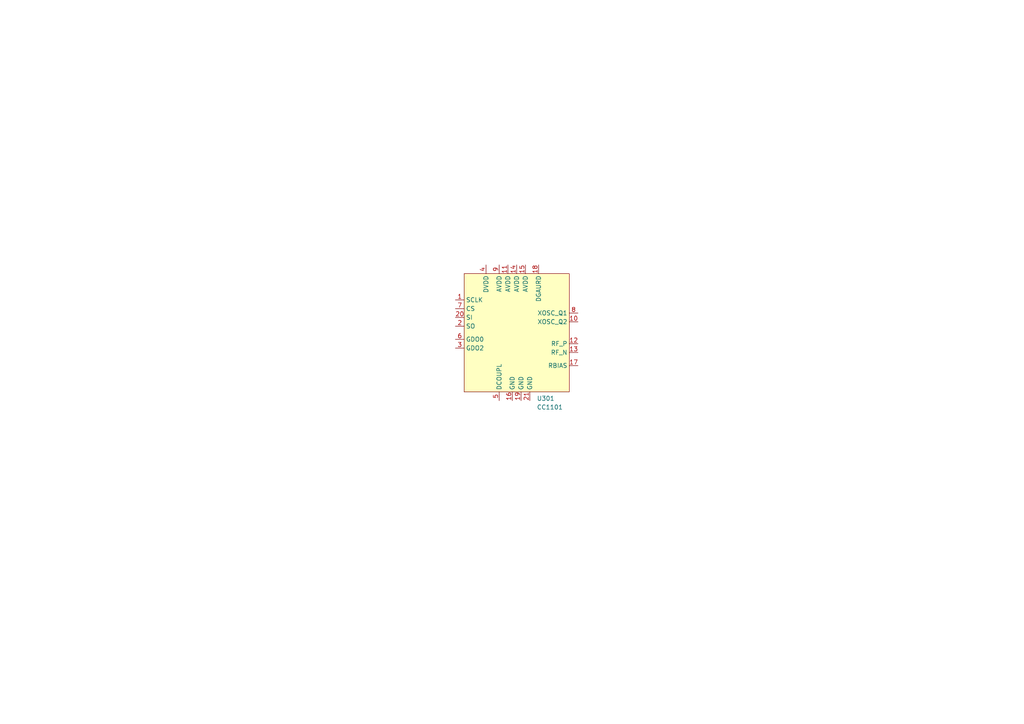
<source format=kicad_sch>
(kicad_sch (version 20230121) (generator eeschema)
  (paper "A4")
  (lib_symbols
    (symbol "KenwoodFox:CC1101"
      (property "Reference" "U" (at -13.97 16.51 0))
      (property "Value" "CC1101" (at 11.43 -20.32 0))
      (symbol "CC1101_0_0"
        (pin input line (at -17.78 7.62 0) (length 2.54) (name "SCLK") (number "1"))
        (pin unspecified line (at 17.78 1.27 180) (length 2.54) (name "XOSC_Q2") (number "10"))
        (pin power_in line (at -2.54 17.78 270) (length 2.54) (name "AVDD") (number "11"))
        (pin bidirectional line (at 17.78 -5.08 180) (length 2.54) (name "RF_P") (number "12"))
        (pin bidirectional line (at 17.78 -7.62 180) (length 2.54) (name "RF_N") (number "13"))
        (pin power_in line (at 0 17.78 270) (length 2.54) (name "AVDD") (number "14"))
        (pin power_in line (at 2.54 17.78 270) (length 2.54) (name "AVDD") (number "15"))
        (pin power_in line (at -1.27 -21.59 90) (length 2.54) (name "GND") (number "16"))
        (pin bidirectional line (at 17.78 -11.43 180) (length 2.54) (name "RBIAS") (number "17"))
        (pin unspecified line (at 6.35 17.78 270) (length 2.54) (name "DGAURD") (number "18"))
        (pin power_in line (at 1.27 -21.59 90) (length 2.54) (name "GND") (number "19"))
        (pin output line (at -17.78 0 0) (length 2.54) (name "SO") (number "2"))
        (pin input line (at -17.78 2.54 0) (length 2.54) (name "SI") (number "20"))
        (pin power_in line (at 3.81 -21.59 90) (length 2.54) (name "GND") (number "21"))
        (pin output line (at -17.78 -6.35 0) (length 2.54) (name "GDO2") (number "3"))
        (pin power_in line (at -8.89 17.78 270) (length 2.54) (name "DVDD") (number "4"))
        (pin power_out line (at -5.08 -21.59 90) (length 2.54) (name "DCOUPL") (number "5"))
        (pin bidirectional line (at -17.78 -3.81 0) (length 2.54) (name "GDO0") (number "6"))
        (pin input line (at -17.78 5.08 0) (length 2.54) (name "CS") (number "7"))
        (pin unspecified line (at 17.78 3.81 180) (length 2.54) (name "XOSC_Q1") (number "8"))
        (pin power_in line (at -5.08 17.78 270) (length 2.54) (name "AVDD") (number "9"))
      )
      (symbol "CC1101_0_1"
        (rectangle (start -15.24 15.24) (end 15.24 -19.05) (fill (type background)))
      )
    )
  )
  (symbol (lib_id "KenwoodFox:CC1101") (at 149.86 94.615 0) (unit 1)
    (property "Reference" "U301" (at 155.6894 115.57 0) (effects (justify left)))
    (property "Value" "CC1101" (at 155.6894 118.11 0) (effects (justify left)))
    (property "Footprint" "Package_DFN_QFN:QFN-20-1EP_4x4mm_P0.5mm_EP2.5x2.5mm_ThermalVias" (effects hide))
    (property "Datasheet" "https://www.ti.com/lit/ds/symlink/cc1101.pdf" (effects hide))
  )
)
</source>
